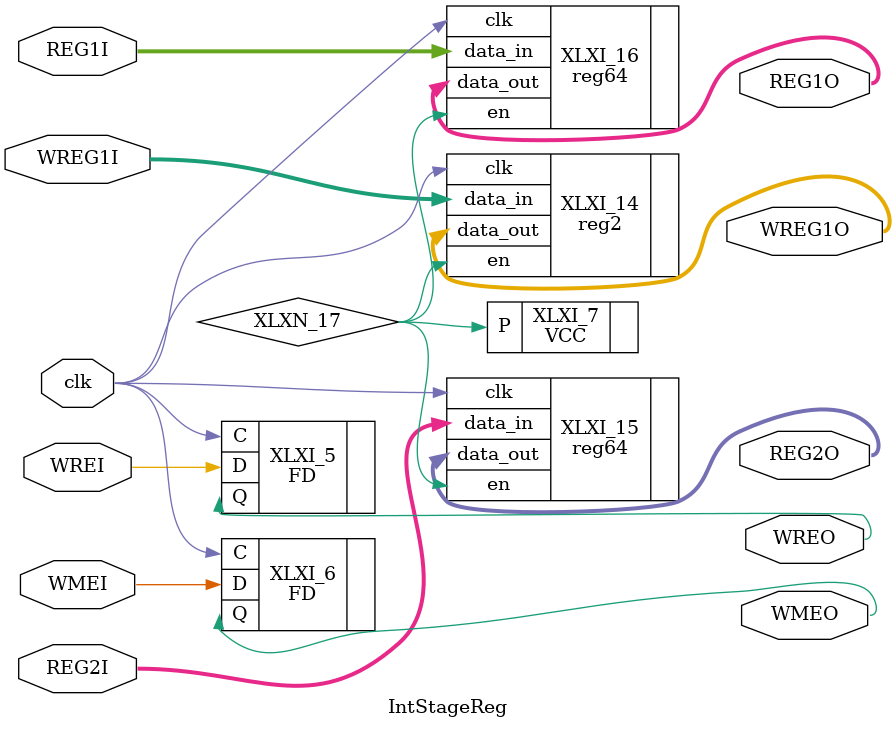
<source format=v>
`timescale 1ns / 1ps

module IntStageReg(clk, 
                   REG1I, 
                   REG2I, 
                   WMEI, 
                   WREG1I, 
                   WREI, 
                   REG1O, 
                   REG2O, 
                   WMEO, 
                   WREG1O, 
                   WREO);

    input clk;
    input [63:0] REG1I;
    input [63:0] REG2I;
    input WMEI;
    input [1:0] WREG1I;
    input WREI;
   output [63:0] REG1O;
   output [63:0] REG2O;
   output WMEO;
   output [1:0] WREG1O;
   output WREO;
   
   wire XLXN_17;
   
   FD XLXI_5 (.C(clk), 
              .D(WREI), 
              .Q(WREO));
   defparam XLXI_5.INIT = 1'b0;
   FD XLXI_6 (.C(clk), 
              .D(WMEI), 
              .Q(WMEO));
   defparam XLXI_6.INIT = 1'b0;
   VCC XLXI_7 (.P(XLXN_17));
   reg2 XLXI_14 (.clk(clk), 
                 .data_in(WREG1I[1:0]), 
                 .en(XLXN_17), 
                 .data_out(WREG1O[1:0]));
   reg64 XLXI_15 (.clk(clk), 
                  .data_in(REG2I[63:0]), 
                  .en(XLXN_17), 
                  .data_out(REG2O[63:0]));
   reg64 XLXI_16 (.clk(clk), 
                  .data_in(REG1I[63:0]), 
                  .en(XLXN_17), 
                  .data_out(REG1O[63:0]));
endmodule

</source>
